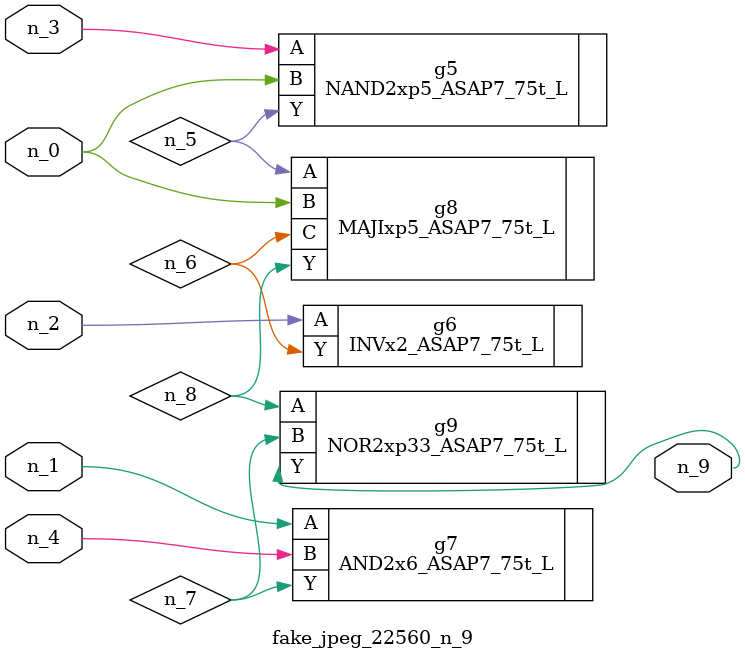
<source format=v>
module fake_jpeg_22560_n_9 (n_3, n_2, n_1, n_0, n_4, n_9);

input n_3;
input n_2;
input n_1;
input n_0;
input n_4;

output n_9;

wire n_8;
wire n_6;
wire n_5;
wire n_7;

NAND2xp5_ASAP7_75t_L g5 ( 
.A(n_3),
.B(n_0),
.Y(n_5)
);

INVx2_ASAP7_75t_L g6 ( 
.A(n_2),
.Y(n_6)
);

AND2x6_ASAP7_75t_L g7 ( 
.A(n_1),
.B(n_4),
.Y(n_7)
);

MAJIxp5_ASAP7_75t_L g8 ( 
.A(n_5),
.B(n_0),
.C(n_6),
.Y(n_8)
);

NOR2xp33_ASAP7_75t_L g9 ( 
.A(n_8),
.B(n_7),
.Y(n_9)
);


endmodule
</source>
